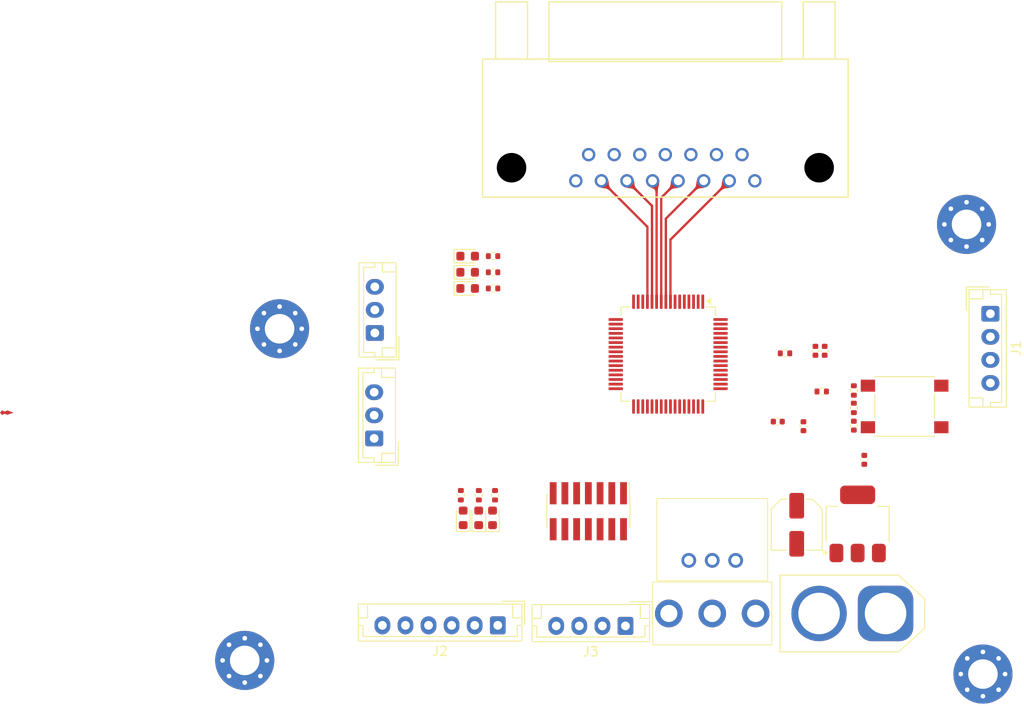
<source format=kicad_pcb>
(kicad_pcb (version 20240108) (generator "pcbnew") (generator_version "8.0")
  (layers (0 "F.Cu" signal) (1 "In1.Cu" signal "In1.Cu - Supply") (2 "In2.Cu" signal "In2.Cu - GND") (31 "B.Cu" signal) (34 "B.Paste" user) (35 "F.Paste" user) (36 "B.SilkS" user "B.Silkscreen") (37 "F.SilkS" user "F.Silkscreen") (38 "B.Mask" user) (39 "F.Mask" user) (44 "Edge.Cuts" user))
  (net 0 "")
  (net 1 "+3.3V")
  (net 2 "GND")
  (net 3 "NRST")
  (net 4 "+5V")
  (net 5 "BTN_1")
  (net 6 "Net-(D101-A)")
  (net 7 "Net-(D102-A)")
  (net 8 "Net-(D103-A)")
  (net 9 "Net-(D104-A)")
  (net 10 "Net-(D105-A)")
  (net 11 "Net-(D106-A)")
  (net 12 "Net-(J101-Pin_2)")
  (net 13 "+12V")
  (net 14 "UART_HD_XL430")
  (net 15 "PWM_TIM2_CH2")
  (net 16 "I2C_SCL")
  (net 17 "PWM_TIM1_CH2")
  (net 18 "PWM_TIM2_CH1")
  (net 19 "PWM_TIM1_CH4")
  (net 20 "PWM_TIM1_CH1")
  (net 21 "I2C_SDA")
  (net 22 "PWM_TIM1_CH3")
  (net 24 "UART_DEBUG_RX")
  (net 25 "SWDIO")
  (net 27 "UART_DEBUG_TX")
  (net 29 "SWCLK")
  (net 32 "LED1")
  (net 33 "LED2")
  (net 34 "LED3")
  (net 35 "Net-(SW801-A)")
  (net 37 "UART_mp3_RX")
  (net 42 "UART_mp3_TX")
  (net 45 "UART_hc05_RX")
  (net 46 "UART_hc05_TX")
  (net 51 "PWM_TIM2_CH4")
  (net 52 "PWM_TIM2_CH3")
  (footprint "Package_TO_SOT_SMD:SOT-223-3_TabPin2" (layer "F.Cu") (at 219.71 85.055 90)
    (property "Reference" "U103" (hide yes))
    (property "Value" "AZ1117-3.3" (hide yes))
    (fp_line (start 1.91 -3.41) (end 1.91 -2.15) (stroke (width 0.12)) (layer "F.SilkS"))
    (fp_line (start -1.85 -3.41) (end 1.91 -3.41) (stroke (width 0.12)) (layer "F.SilkS"))
    (fp_line (start 1.91 3.41) (end 1.91 2.15) (stroke (width 0.12)) (layer "F.SilkS"))
    (fp_line (start -1.85 3.41) (end 1.91 3.41) (stroke (width 0.12)) (layer "F.SilkS"))
    (fp_poly (pts (xy -3.13 -3.31) (xy -3.37 -3.64) (xy -2.89 -3.64) (xy -3.13 -3.31)) (stroke (width 0.12)) (fill solid) (layer "F.SilkS"))
    (pad "1" smd roundrect (at -3.15 -2.3 90) (size 2 1.5) (layers "F.Cu" "F.Paste" "F.Mask") (net 2 "GND"))
    (pad "2" smd roundrect (at -3.15 0 90) (size 2 1.5) (layers "F.Cu" "F.Paste" "F.Mask") (net 1 "+3.3V"))
    (pad "2" smd roundrect (at 3.15 0 90) (size 2 3.8) (layers "F.Cu" "F.Paste" "F.Mask") (net 1 "+3.3V"))
    (pad "3" smd roundrect (at -3.15 2.3 90) (size 2 1.5) (layers "F.Cu" "F.Paste" "F.Mask") (net 4 "+5V"))
  )
  (footprint "Capacitor_SMD:C_0402_1005Metric" (layer "F.Cu") (at 216.14 66.3 -90)
    (property "Reference" "C101" (hide yes))
    (property "Value" "4u7" (hide yes))
    (fp_line (start -0.107836 0.36) (end 0.107836 0.36) (stroke (width 0.12)) (layer "F.SilkS"))
    (fp_line (start -0.107836 -0.36) (end 0.107836 -0.36) (stroke (width 0.12)) (layer "F.SilkS"))
    (pad "1" smd roundrect (at -0.48 0 270) (size 0.56 0.62) (layers "F.Cu" "F.Paste" "F.Mask") (net 1 "+3.3V"))
    (pad "2" smd roundrect (at 0.48 0 270) (size 0.56 0.62) (layers "F.Cu" "F.Paste" "F.Mask") (net 2 "GND"))
  )
  (footprint "Resistor_SMD:R_0402_1005Metric" (layer "F.Cu") (at 180.43 81.9475 -90)
    (property "Reference" "R109" (hide yes))
    (property "Value" "820" (hide yes))
    (fp_line (start -0.153641 0.38) (end 0.153641 0.38) (stroke (width 0.12)) (layer "F.SilkS"))
    (fp_line (start -0.153641 -0.38) (end 0.153641 -0.38) (stroke (width 0.12)) (layer "F.SilkS"))
    (pad "1" smd roundrect (at -0.51 0 270) (size 0.54 0.64) (layers "F.Cu" "F.Paste" "F.Mask") (net 1 "+3.3V"))
    (pad "2" smd roundrect (at 0.51 0 270) (size 0.54 0.64) (layers "F.Cu" "F.Paste" "F.Mask") (net 11 "Net-(D106-A)"))
  )
  (footprint "Resistor_SMD:R_0402_1005Metric" (layer "F.Cu") (at 180.2175 59.5475 180)
    (property "Reference" "R103" (hide yes))
    (property "Value" "82" (hide yes))
    (fp_line (start -0.153641 0.38) (end 0.153641 0.38) (stroke (width 0.12)) (layer "F.SilkS"))
    (fp_line (start -0.153641 -0.38) (end 0.153641 -0.38) (stroke (width 0.12)) (layer "F.SilkS"))
    (pad "1" smd roundrect (at -0.51 0 180) (size 0.54 0.64) (layers "F.Cu" "F.Paste" "F.Mask") (net 34 "LED3"))
    (pad "2" smd roundrect (at 0.51 0 180) (size 0.54 0.64) (layers "F.Cu" "F.Paste" "F.Mask") (net 6 "Net-(D101-A)"))
  )
  (footprint "Capacitor_SMD:C_0402_1005Metric" (layer "F.Cu") (at 215.14 66.3 -90)
    (property "Reference" "C103" (hide yes))
    (property "Value" "100n" (hide yes))
    (fp_line (start -0.107836 0.36) (end 0.107836 0.36) (stroke (width 0.12)) (layer "F.SilkS"))
    (fp_line (start -0.107836 -0.36) (end 0.107836 -0.36) (stroke (width 0.12)) (layer "F.SilkS"))
    (pad "1" smd roundrect (at -0.48 0 270) (size 0.56 0.62) (layers "F.Cu" "F.Paste" "F.Mask") (net 1 "+3.3V"))
    (pad "2" smd roundrect (at 0.48 0 270) (size 0.56 0.62) (layers "F.Cu" "F.Paste" "F.Mask") (net 2 "GND"))
  )
  (footprint "LED_SMD:LED_0603_1608Metric" (layer "F.Cu") (at 177.4675 57.7975)
    (property "Reference" "D102" (hide yes))
    (property "Value" "BLUE_LED" (hide yes))
    (fp_line (start -1.485 -0.735) (end -1.485 0.735) (stroke (width 0.12)) (layer "F.SilkS"))
    (fp_line (start -1.485 0.735) (end 0.8 0.735) (stroke (width 0.12)) (layer "F.SilkS"))
    (fp_line (start 0.8 -0.735) (end -1.485 -0.735) (stroke (width 0.12)) (layer "F.SilkS"))
    (pad "1" smd roundrect (at -0.7875 0) (size 0.875 0.95) (layers "F.Cu" "F.Paste" "F.Mask") (net 2 "GND"))
    (pad "2" smd roundrect (at 0.7875 0) (size 0.875 0.95) (layers "F.Cu" "F.Paste" "F.Mask") (net 7 "Net-(D102-A)"))
  )
  (footprint "Connector_PinHeader_1.27mm:PinHeader_2x07_P1.27mm_Vertical_SMD" (layer "F.Cu") (at 190.54 83.68 -90)
    (property "Reference" "J105" (hide yes))
    (property "Value" "Conn_ST_STDC14" (hide yes))
    (fp_line (start -1.765 4.505) (end 1.765 4.505) (stroke (width 0.12)) (layer "F.SilkS"))
    (fp_line (start -1.765 4.44) (end -1.765 4.505) (stroke (width 0.12)) (layer "F.SilkS"))
    (fp_line (start 1.765 4.44) (end 1.765 4.505) (stroke (width 0.12)) (layer "F.SilkS"))
    (fp_line (start -3.09 -4.44) (end -1.765 -4.44) (stroke (width 0.12)) (layer "F.SilkS"))
    (fp_line (start -1.765 -4.505) (end -1.765 -4.44) (stroke (width 0.12)) (layer "F.SilkS"))
    (fp_line (start -1.765 -4.505) (end 1.765 -4.505) (stroke (width 0.12)) (layer "F.SilkS"))
    (fp_line (start 1.765 -4.505) (end 1.765 -4.44) (stroke (width 0.12)) (layer "F.SilkS"))
    (pad "1" smd rect (at -1.95 -3.81 270) (size 2.4 0.74) (layers "F.Cu" "F.Paste" "F.Mask"))
    (pad "2" smd rect (at 1.95 -3.81 270) (size 2.4 0.74) (layers "F.Cu" "F.Paste" "F.Mask"))
    (pad "3" smd rect (at -1.95 -2.54 270) (size 2.4 0.74) (layers "F.Cu" "F.Paste" "F.Mask") (net 1 "+3.3V"))
    (pad "4" smd rect (at 1.95 -2.54 270) (size 2.4 0.74) (layers "F.Cu" "F.Paste" "F.Mask") (net 25 "SWDIO"))
    (pad "5" smd rect (at -1.95 -1.27 270) (size 2.4 0.74) (layers "F.Cu" "F.Paste" "F.Mask") (net 2 "GND"))
    (pad "6" smd rect (at 1.95 -1.27 270) (size 2.4 0.74) (layers "F.Cu" "F.Paste" "F.Mask") (net 29 "SWCLK"))
    (pad "7" smd rect (at -1.95 0 270) (size 2.4 0.74) (layers "F.Cu" "F.Paste" "F.Mask") (net 2 "GND"))
    (pad "8" smd rect (at 1.95 0 270) (size 2.4 0.74) (layers "F.Cu" "F.Paste" "F.Mask"))
    (pad "9" smd rect (at -1.95 1.27 270) (size 2.4 0.74) (layers "F.Cu" "F.Paste" "F.Mask"))
    (pad "10" smd rect (at 1.95 1.27 270) (size 2.4 0.74) (layers "F.Cu" "F.Paste" "F.Mask"))
    (pad "11" smd rect (at -1.95 2.54 270) (size 2.4 0.74) (layers "F.Cu" "F.Paste" "F.Mask") (net 2 "GND"))
    (pad "12" smd rect (at 1.95 2.54 270) (size 2.4 0.74) (layers "F.Cu" "F.Paste" "F.Mask") (net 3 "NRST"))
    (pad "13" smd rect (at -1.95 3.81 270) (size 2.4 0.74) (layers "F.Cu" "F.Paste" "F.Mask") (net 24 "UART_DEBUG_RX"))
    (pad "14" smd rect (at 1.95 3.81 270) (size 2.4 0.74) (layers "F.Cu" "F.Paste" "F.Mask") (net 27 "UART_DEBUG_TX"))
  )
  (footprint "Capacitor_SMD:C_0402_1005Metric" (layer "F.Cu") (at 213.84 74.47 -90)
    (property "Reference" "C104" (hide yes))
    (property "Value" "400n" (hide yes))
    (fp_line (start -0.107836 0.36) (end 0.107836 0.36) (stroke (width 0.12)) (layer "F.SilkS"))
    (fp_line (start -0.107836 -0.36) (end 0.107836 -0.36) (stroke (width 0.12)) (layer "F.SilkS"))
    (pad "1" smd roundrect (at -0.48 0 270) (size 0.56 0.62) (layers "F.Cu" "F.Paste" "F.Mask") (net 1 "+3.3V"))
    (pad "2" smd roundrect (at 0.48 0 270) (size 0.56 0.62) (layers "F.Cu" "F.Paste" "F.Mask") (net 2 "GND"))
  )
  (footprint "Package_QFP:LQFP-64_10x10mm_P0.5mm" (layer "F.Cu") (at 199.185 66.66 -90)
    (property "Reference" "U1" (hide yes))
    (property "Value" "STM32G474RETx" (hide yes))
    (fp_line (start -5.11 5.11) (end -5.11 4.16) (stroke (width 0.12)) (layer "F.SilkS"))
    (fp_line (start -4.16 5.11) (end -5.11 5.11) (stroke (width 0.12)) (layer "F.SilkS"))
    (fp_line (start 4.16 5.11) (end 5.11 5.11) (stroke (width 0.12)) (layer "F.SilkS"))
    (fp_line (start 5.11 5.11) (end 5.11 4.16) (stroke (width 0.12)) (layer "F.SilkS"))
    (fp_line (start -5.11 -5.11) (end -5.11 -4.16) (stroke (width 0.12)) (layer "F.SilkS"))
    (fp_line (start -4.16 -5.11) (end -5.11 -5.11) (stroke (width 0.12)) (layer "F.SilkS"))
    (fp_line (start 4.16 -5.11) (end 5.11 -5.11) (stroke (width 0.12)) (layer "F.SilkS"))
    (fp_line (start 5.11 -5.11) (end 5.11 -4.16) (stroke (width 0.12)) (layer "F.SilkS"))
    (fp_poly (pts (xy -5.725 -4.16) (xy -6.065 -4.63) (xy -5.385 -4.63) (xy -5.725 -4.16)) (stroke (width 0.12)) (fill solid) (layer "F.SilkS"))
    (pad "1" smd roundrect (at -5.675 -3.75 270) (size 1.55 0.3) (layers "F.Cu" "F.Paste" "F.Mask") (net 1 "+3.3V"))
    (pad "2" smd roundrect (at -5.675 -3.25 270) (size 1.55 0.3) (layers "F.Cu" "F.Paste" "F.Mask"))
    (pad "3" smd roundrect (at -5.675 -2.75 270) (size 1.55 0.3) (layers "F.Cu" "F.Paste" "F.Mask"))
    (pad "4" smd roundrect (at -5.675 -2.25 270) (size 1.55 0.3) (layers "F.Cu" "F.Paste" "F.Mask"))
    (pad "5" smd roundrect (at -5.675 -1.75 270) (size 1.55 0.3) (layers "F.Cu" "F.Paste" "F.Mask"))
    (pad "6" smd roundrect (at -5.675 -1.25 270) (size 1.55 0.3) (layers "F.Cu" "F.Paste" "F.Mask"))
    (pad "7" smd roundrect (at -5.675 -0.75 270) (size 1.55 0.3) (layers "F.Cu" "F.Paste" "F.Mask"))
    (pad "8" smd roundrect (at -5.675 -0.25 270) (size 1.55 0.3) (layers "F.Cu" "F.Paste" "F.Mask") (net 20 "PWM_TIM1_CH1"))
    (pad "9" smd roundrect (at -5.675 0.25 270) (size 1.55 0.3) (layers "F.Cu" "F.Paste" "F.Mask") (net 17 "PWM_TIM1_CH2"))
    (pad "10" smd roundrect (at -5.675 0.75 270) (size 1.55 0.3) (layers "F.Cu" "F.Paste" "F.Mask") (net 22 "PWM_TIM1_CH3"))
    (pad "11" smd roundrect (at -5.675 1.25 270) (size 1.55 0.3) (layers "F.Cu" "F.Paste" "F.Mask") (net 19 "PWM_TIM1_CH4"))
    (pad "12" smd roundrect (at -5.675 1.75 270) (size 1.55 0.3) (layers "F.Cu" "F.Paste" "F.Mask") (net 18 "PWM_TIM2_CH1"))
    (pad "13" smd roundrect (at -5.675 2.25 270) (size 1.55 0.3) (layers "F.Cu" "F.Paste" "F.Mask") (net 15 "PWM_TIM2_CH2"))
    (pad "14" smd roundrect (at -5.675 2.75 270) (size 1.55 0.3) (layers "F.Cu" "F.Paste" "F.Mask") (net 27 "UART_DEBUG_TX"))
    (pad "15" smd roundrect (at -5.675 3.25 270) (size 1.55 0.3) (layers "F.Cu" "F.Paste" "F.Mask") (net 2 "GND"))
    (pad "16" smd roundrect (at -5.675 3.75 270) (size 1.55 0.3) (layers "F.Cu" "F.Paste" "F.Mask") (net 1 "+3.3V"))
    (pad "17" smd roundrect (at -3.75 5.675 270) (size 0.3 1.55) (layers "F.Cu" "F.Paste" "F.Mask") (net 24 "UART_DEBUG_RX"))
    (pad "18" smd roundrect (at -3.25 5.675 270) (size 0.3 1.55) (layers "F.Cu" "F.Paste" "F.Mask"))
    (pad "19" smd roundrect (at -2.75 5.675 270) (size 0.3 1.55) (layers "F.Cu" "F.Paste" "F.Mask"))
    (pad "20" smd roundrect (at -2.25 5.675 270) (size 0.3 1.55) (layers "F.Cu" "F.Paste" "F.Mask"))
    (pad "21" smd roundrect (at -1.75 5.675 270) (size 0.3 1.55) (layers "F.Cu" "F.Paste" "F.Mask"))
    (pad "22" smd roundrect (at -1.25 5.675 270) (size 0.3 1.55) (layers "F.Cu" "F.Paste" "F.Mask") (net 14 "UART_HD_XL430"))
    (pad "23" smd roundrect (at -0.75 5.675 270) (size 0.3 1.55) (layers "F.Cu" "F.Paste" "F.Mask"))
    (pad "24" smd roundrect (at -0.25 5.675 270) (size 0.3 1.55) (layers "F.Cu" "F.Paste" "F.Mask"))
    (pad "25" smd roundrect (at 0.25 5.675 270) (size 0.3 1.55) (layers "F.Cu" "F.Paste" "F.Mask") (net 5 "BTN_1"))
    (pad "26" smd roundrect (at 0.75 5.675 270) (size 0.3 1.55) (layers "F.Cu" "F.Paste" "F.Mask"))
    (pad "27" smd roundrect (at 1.25 5.675 270) (size 0.3 1.55) (layers "F.Cu" "F.Paste" "F.Mask") (net 2 "GND"))
    (pad "28" smd roundrect (at 1.75 5.675 270) (size 0.3 1.55) (layers "F.Cu" "F.Paste" "F.Mask") (net 1 "+3.3V"))
    (pad "29" smd roundrect (at 2.25 5.675 270) (size 0.3 1.55) (layers "F.Cu" "F.Paste" "F.Mask") (net 1 "+3.3V"))
    (pad "30" smd roundrect (at 2.75 5.675 270) (size 0.3 1.55) (layers "F.Cu" "F.Paste" "F.Mask") (net 45 "UART_hc05_RX"))
    (pad "31" smd roundrect (at 3.25 5.675 270) (size 0.3 1.55) (layers "F.Cu" "F.Paste" "F.Mask") (net 2 "GND"))
    (pad "32" smd roundrect (at 3.75 5.675 270) (size 0.3 1.55) (layers "F.Cu" "F.Paste" "F.Mask") (net 1 "+3.3V"))
    (pad "33" smd roundrect (at 5.675 3.75 270) (size 1.55 0.3) (layers "F.Cu" "F.Paste" "F.Mask") (net 46 "UART_hc05_TX"))
    (pad "34" smd roundrect (at 5.675 3.25 270) (size 1.55 0.3) (layers "F.Cu" "F.Paste" "F.Mask"))
    (pad "35" smd roundrect (at 5.675 2.75 270) (size 1.55 0.3) (layers "F.Cu" "F.Paste" "F.Mask"))
    (pad "36" smd roundrect (at 5.675 2.25 270) (size 1.55 0.3) (layers "F.Cu" "F.Paste" "F.Mask"))
    (pad "37" smd roundrect (at 5.675 1.75 270) (size 1.55 0.3) (layers "F.Cu" "F.Paste" "F.Mask"))
    (pad "38" smd roundrect (at 5.675 1.25 270) (size 1.55 0.3) (layers "F.Cu" "F.Paste" "F.Mask"))
    (pad "39" smd roundrect (at 5.675 0.75 270) (size 1.55 0.3) (layers "F.Cu" "F.Paste" "F.Mask"))
    (pad "40" smd roundrect (at 5.675 0.25 270) (size 1.55 0.3) (layers "F.Cu" "F.Paste" "F.Mask"))
    (pad "41" smd roundrect (at 5.675 -0.25 270) (size 1.55 0.3) (layers "F.Cu" "F.Paste" "F.Mask"))
    (pad "42" smd roundrect (at 5.675 -0.75 270) (size 1.55 0.3) (layers "F.Cu" "F.Paste" "F.Mask") (net 52 "PWM_TIM2_CH3"))
    (pad "43" smd roundrect (at 5.675 -1.25 270) (size 1.55 0.3) (layers "F.Cu" "F.Paste" "F.Mask"))
    (pad "44" smd roundrect (at 5.675 -1.75 270) (size 1.55 0.3) (layers "F.Cu" "F.Paste" "F.Mask") (net 51 "PWM_TIM2_CH4"))
    (pad "45" smd roundrect (at 5.675 -2.25 270) (size 1.55 0.3) (layers "F.Cu" "F.Paste" "F.Mask") (net 25 "SWDIO"))
    (pad "46" smd roundrect (at 5.675 -2.75 270) (size 1.55 0.3) (layers "F.Cu" "F.Paste" "F.Mask") (net 29 "SWCLK"))
    (pad "47" smd roundrect (at 5.675 -3.25 270) (size 1.55 0.3) (layers "F.Cu" "F.Paste" "F.Mask") (net 2 "GND"))
    (pad "48" smd roundrect (at 5.675 -3.75 270) (size 1.55 0.3) (layers "F.Cu" "F.Paste" "F.Mask") (net 1 "+3.3V"))
    (pad "49" smd roundrect (at 3.75 -5.675 270) (size 0.3 1.55) (layers "F.Cu" "F.Paste" "F.Mask") (net 16 "I2C_SCL"))
    (pad "50" smd roundrect (at 3.25 -5.675 270) (size 0.3 1.55) (layers "F.Cu" "F.Paste" "F.Mask") (net 21 "I2C_SDA"))
    (pad "51" smd roundrect (at 2.75 -5.675 270) (size 0.3 1.55) (layers "F.Cu" "F.Paste" "F.Mask"))
    (pad "52" smd roundrect (at 2.25 -5.675 270) (size 0.3 1.55) (layers "F.Cu" "F.Paste" "F.Mask") (net 42 "UART_mp3_TX"))
    (pad "53" smd roundrect (at 1.75 -5.675 270) (size 0.3 1.55) (layers "F.Cu" "F.Paste" "F.Mask") (net 37 "UART_mp3_RX"))
    (pad "54" smd roundrect (at 1.25 -5.675 270) (size 0.3 1.55) (layers "F.Cu" "F.Paste" "F.Mask"))
    (pad "55" smd roundrect (at 0.75 -5.675 270) (size 0.3 1.55) (layers "F.Cu" "F.Paste" "F.Mask"))
    (pad "56" smd roundrect (at 0.25 -5.675 270) (size 0.3 1.55) (layers "F.Cu" "F.Paste" "F.Mask"))
    (pad "57" smd roundrect (at -0.25 -5.675 270) (size 0.3 1.55) (layers "F.Cu" "F.Paste" "F.Mask") (net 32 "LED1"))
    (pad "58" smd roundrect (at -0.75 -5.675 270) (size 0.3 1.55) (layers "F.Cu" "F.Paste" "F.Mask") (net 33 "LED2"))
    (pad "59" smd roundrect (at -1.25 -5.675 270) (size 0.3 1.55) (layers "F.Cu" "F.Paste" "F.Mask") (net 34 "LED3"))
    (pad "60" smd roundrect (at -1.75 -5.675 270) (size 0.3 1.55) (layers "F.Cu" "F.Paste" "F.Mask"))
    (pad "61" smd roundrect (at -2.25 -5.675 270) (size 0.3 1.55) (layers "F.Cu" "F.Paste" "F.Mask"))
    (pad "62" smd roundrect (at -2.75 -5.675 270) (size 0.3 1.55) (layers "F.Cu" "F.Paste" "F.Mask"))
    (pad "63" smd roundrect (at -3.25 -5.675 270) (size 0.3 1.55) (layers "F.Cu" "F.Paste" "F.Mask") (net 2 "GND"))
    (pad "64" smd roundrect (at -3.75 -5.675 270) (size 0.3 1.55) (layers "F.Cu" "F.Paste" "F.Mask") (net 1 "+3.3V"))
  )
  (footprint "Capacitor_SMD:C_Elec_5x5.4" (layer "F.Cu") (at 213.11 85.1425 -90)
    (property "Reference" "C107" (hide yes))
    (property "Value" "22u" (hide yes))
    (fp_line (start -1.695563 2.76) (end 2.76 2.76) (stroke (width 0.12)) (layer "F.SilkS"))
    (fp_line (start 2.76 2.76) (end 2.76 1.06) (stroke (width 0.12)) (layer "F.SilkS"))
    (fp_line (start -2.76 1.695563) (end -1.695563 2.76) (stroke (width 0.12)) (layer "F.SilkS"))
    (fp_line (start -2.76 1.695563) (end -2.76 1.06) (stroke (width 0.12)) (layer "F.SilkS"))
    (fp_line (start -2.76 -1.695563) (end -2.76 -1.06) (stroke (width 0.12)) (layer "F.SilkS"))
    (fp_line (start -2.76 -1.695563) (end -1.695563 -2.76) (stroke (width 0.12)) (layer "F.SilkS"))
    (fp_line (start -1.695563 -2.76) (end 2.76 -2.76) (stroke (width 0.12)) (layer "F.SilkS"))
    (fp_line (start 2.76 -2.76) (end 2.76 -1.06) (stroke (width 0.12)) (layer "F.SilkS"))
    (pad "1" smd roundrect (at -2.0625 0 270) (size 2.775 1.6) (layers "F.Cu" "F.Paste" "F.Mask") (roundrect_rratio 0.15625) (net 1 "+3.3V"))
    (pad "2" smd roundrect (at 2.0625 0 270) (size 2.775 1.6) (layers "F.Cu" "F.Paste" "F.Mask") (roundrect_rratio 0.15625) (net 2 "GND"))
  )
  (footprint "MountingHole:MountingHole_3.2mm_M3_Pad_Via" (layer "F.Cu") (at 231.507056 52.607056)
    (property "Reference" "H102" (hide yes))
    (property "Value" "MountingHole_Pad" (hide yes))
    (pad "1" thru_hole circle (at -2.4 0) (size 0.8 0.8) (drill 0.5) (layers "*.Cu" "*.Mask") (net 2 "GND"))
    (pad "1" thru_hole circle (at -1.697056 -1.697056) (size 0.8 0.8) (drill 0.5) (layers "*.Cu" "*.Mask") (net 2 "GND"))
    (pad "1" thru_hole circle (at -1.697056 1.697056) (size 0.8 0.8) (drill 0.5) (layers "*.Cu" "*.Mask") (net 2 "GND"))
    (pad "1" thru_hole circle (at 0 -2.4) (size 0.8 0.8) (drill 0.5) (layers "*.Cu" "*.Mask") (net 2 "GND"))
    (pad "1" thru_hole circle (at 0 0) (size 6.4 6.4) (drill 3.2) (layers "*.Cu" "*.Mask") (net 2 "GND"))
    (pad "1" thru_hole circle (at 0 2.4) (size 0.8 0.8) (drill 0.5) (layers "*.Cu" "*.Mask") (net 2 "GND"))
    (pad "1" thru_hole circle (at 1.697056 -1.697056) (size 0.8 0.8) (drill 0.5) (layers "*.Cu" "*.Mask") (net 2 "GND"))
    (pad "1" thru_hole circle (at 1.697056 1.697056) (size 0.8 0.8) (drill 0.5) (layers "*.Cu" "*.Mask") (net 2 "GND"))
    (pad "1" thru_hole circle (at 2.4 0) (size 0.8 0.8) (drill 0.5) (layers "*.Cu" "*.Mask") (net 2 "GND"))
  )
  (footprint "Capacitor_SMD:C_0402_1005Metric" (layer "F.Cu") (at 220.43 78.11 90)
    (property "Reference" "C106" (hide yes))
    (property "Value" "10u" (hide yes))
    (fp_line (start -0.107836 -0.36) (end 0.107836 -0.36) (stroke (width 0.12)) (layer "F.SilkS"))
    (fp_line (start -0.107836 0.36) (end 0.107836 0.36) (stroke (width 0.12)) (layer "F.SilkS"))
    (pad "1" smd roundrect (at -0.48 0 90) (size 0.56 0.62) (layers "F.Cu" "F.Paste" "F.Mask") (net 4 "+5V"))
    (pad "2" smd roundrect (at 0.48 0 90) (size 0.56 0.62) (layers "F.Cu" "F.Paste" "F.Mask") (net 2 "GND"))
  )
  (footprint "LED_SMD:LED_0603_1608Metric" (layer "F.Cu") (at 178.66 84.3975 90)
    (property "Reference" "D105" (hide yes))
    (property "Value" "RED_LED" (hide yes))
    (fp_line (start 0.8 -0.735) (end -1.485 -0.735) (stroke (width 0.12)) (layer "F.SilkS"))
    (fp_line (start -1.485 -0.735) (end -1.485 0.735) (stroke (width 0.12)) (layer "F.SilkS"))
    (fp_line (start -1.485 0.735) (end 0.8 0.735) (stroke (width 0.12)) (layer "F.SilkS"))
    (pad "1" smd roundrect (at -0.7875 0 90) (size 0.875 0.95) (layers "F.Cu" "F.Paste" "F.Mask") (net 2 "GND"))
    (pad "2" smd roundrect (at 0.7875 0 90) (size 0.875 0.95) (layers "F.Cu" "F.Paste" "F.Mask") (net 10 "Net-(D105-A)"))
  )
  (footprint "MountingHole:MountingHole_3.2mm_M3_Pad_Via" (layer "F.Cu") (at 153.32 99.84)
    (property "Reference" "H103" (hide yes))
    (property "Value" "MountingHole_Pad" (hide yes))
    (pad "1" thru_hole circle (at -2.4 0) (size 0.8 0.8) (drill 0.5) (layers "*.Cu" "*.Mask") (net 2 "GND"))
    (pad "1" thru_hole circle (at -1.697056 -1.697056) (size 0.8 0.8) (drill 0.5) (layers "*.Cu" "*.Mask") (net 2 "GND"))
    (pad "1" thru_hole circle (at -1.697056 1.697056) (size 0.8 0.8) (drill 0.5) (layers "*.Cu" "*.Mask") (net 2 "GND"))
    (pad "1" thru_hole circle (at 0 -2.4) (size 0.8 0.8) (drill 0.5) (layers "*.Cu" "*.Mask") (net 2 "GND"))
    (pad "1" thru_hole circle (at 0 0) (size 6.4 6.4) (drill 3.2) (layers "*.Cu" "*.Mask") (net 2 "GND"))
    (pad "1" thru_hole circle (at 0 2.4) (size 0.8 0.8) (drill 0.5) (layers "*.Cu" "*.Mask") (net 2 "GND"))
    (pad "1" thru_hole circle (at 1.697056 -1.697056) (size 0.8 0.8) (drill 0.5) (layers "*.Cu" "*.Mask") (net 2 "GND"))
    (pad "1" thru_hole circle (at 1.697056 1.697056) (size 0.8 0.8) (drill 0.5) (layers "*.Cu" "*.Mask") (net 2 "GND"))
    (pad "1" thru_hole circle (at 2.4 0) (size 0.8 0.8) (drill 0.5) (layers "*.Cu" "*.Mask") (net 2 "GND"))
  )
  (footprint "LED_SMD:LED_0603_1608Metric" (layer "F.Cu") (at 177.4675 59.5475)
    (property "Reference" "D101" (hide yes))
    (property "Value" "BLUE_LED" (hide yes))
    (fp_line (start -1.485 -0.735) (end -1.485 0.735) (stroke (width 0.12)) (layer "F.SilkS"))
    (fp_line (start -1.485 0.735) (end 0.8 0.735) (stroke (width 0.12)) (layer "F.SilkS"))
    (fp_line (start 0.8 -0.735) (end -1.485 -0.735) (stroke (width 0.12)) (layer "F.SilkS"))
    (pad "1" smd roundrect (at -0.7875 0) (size 0.875 0.95) (layers "F.Cu" "F.Paste" "F.Mask") (net 2 "GND"))
    (pad "2" smd roundrect (at 0.7875 0) (size 0.875 0.95) (layers "F.Cu" "F.Paste" "F.Mask") (net 6 "Net-(D101-A)"))
  )
  (footprint "Resistor_SMD:R_0402_1005Metric" (layer "F.Cu") (at 180.2175 56.0475 180)
    (property "Reference" "R105" (hide yes))
    (property "Value" "82" (hide yes))
    (fp_line (start -0.153641 0.38) (end 0.153641 0.38) (stroke (width 0.12)) (layer "F.SilkS"))
    (fp_line (start -0.153641 -0.38) (end 0.153641 -0.38) (stroke (width 0.12)) (layer "F.SilkS"))
    (pad "1" smd roundrect (at -0.51 0 180) (size 0.54 0.64) (layers "F.Cu" "F.Paste" "F.Mask") (net 32 "LED1"))
    (pad "2" smd roundrect (at 0.51 0 180) (size 0.54 0.64) (layers "F.Cu" "F.Paste" "F.Mask") (net 8 "Net-(D103-A)"))
  )
  (footprint "Connector_JST:JST_EH_B3B-EH-A_1x03_P2.50mm_Vertical" (layer "F.Cu") (at 167.34 75.79 90)
    (property "Reference" "J103" (hide yes))
    (property "Value" "Conn_01x03" (hide yes))
    (fp_line (start 7.61 -1.71) (end -2.61 -1.71) (stroke (width 0.12)) (layer "F.SilkS"))
    (fp_line (start -2.61 -1.71) (end -2.61 2.31) (stroke (width 0.12)) (layer "F.SilkS"))
    (fp_line (start 7.11 -1.21) (end 7.11 0) (stroke (width 0.12)) (layer "F.SilkS"))
    (fp_line (start -2.11 -1.21) (end 7.11 -1.21) (stroke (width 0.12)) (layer "F.SilkS"))
    (fp_line (start 7.11 0) (end 7.61 0) (stroke (width 0.12)) (layer "F.SilkS"))
    (fp_line (start -2.11 0) (end -2.11 -1.21) (stroke (width 0.12)) (layer "F.SilkS"))
    (fp_line (start -2.61 0) (end -2.11 0) (stroke (width 0.12)) (layer "F.SilkS"))
    (fp_line (start -2.91 0.11) (end -2.91 2.61) (stroke (width 0.12)) (layer "F.SilkS"))
    (fp_line (start 7.61 0.81) (end 6.61 0.81) (stroke (width 0.12)) (layer "F.SilkS"))
    (fp_line (start 6.61 0.81) (end 6.61 2.31) (stroke (width 0.12)) (layer "F.SilkS"))
    (fp_line (start -1.61 0.81) (end -1.61 2.31) (stroke (width 0.12)) (layer "F.SilkS"))
    (fp_line (start -2.61 0.81) (end -1.61 0.81) (stroke (width 0.12)) (layer "F.SilkS"))
    (fp_line (start 7.61 2.31) (end 7.61 -1.71) (stroke (width 0.12)) (layer "F.SilkS"))
    (fp_line (start -2.61 2.31) (end 7.61 2.31) (stroke (width 0.12)) (layer "F.SilkS"))
    (fp_line (start -2.91 2.61) (end -0.41 2.61) (stroke (width 0.12)) (layer "F.SilkS"))
    (pad "1" thru_hole roundrect (at 0 0 90) (size 1.7 1.95) (drill 0.95) (layers "*.Cu" "*.Mask") (roundrect_rratio 0.1470588235) (net 2 "GND"))
    (pad "2" thru_hole oval (at 2.5 0 90) (size 1.7 1.95) (drill 0.95) (layers "*.Cu" "*.Mask") (net 13 "+12V"))
    (pad "3" thru_hole oval (at 5 0 90) (size 1.7 1.95) (drill 0.95) (layers "*.Cu" "*.Mask") (net 14 "UART_HD_XL430"))
  )
  (footprint "Connector_JST:JST_EH_B4B-EH-A_1x04_P2.50mm_Vertical" (layer "F.Cu") (at 234.09 62.29 -90)
    (property "Reference" "J1" (at 3.75 -2.8 90) (layer "F.SilkS"))
    (property "Value" "Conn_01x04")
    (fp_line (start -2.91 2.61) (end -0.41 2.61) (stroke (width 0.12)) (layer "F.SilkS"))
    (fp_line (start -2.61 2.31) (end 10.11 2.31) (stroke (width 0.12)) (layer "F.SilkS"))
    (fp_line (start 10.11 2.31) (end 10.11 -1.71) (stroke (width 0.12)) (layer "F.SilkS"))
    (fp_line (start -2.61 0.81) (end -1.61 0.81) (stroke (width 0.12)) (layer "F.SilkS"))
    (fp_line (start -1.61 0.81) (end -1.61 2.31) (stroke (width 0.12)) (layer "F.SilkS"))
    (fp_line (start 9.11 0.81) (end 9.11 2.31) (stroke (width 0.12)) (layer "F.SilkS"))
    (fp_line (start 10.11 0.81) (end 9.11 0.81) (stroke (width 0.12)) (layer "F.SilkS"))
    (fp_line (start -2.91 0.11) (end -2.91 2.61) (stroke (width 0.12)) (layer "F.SilkS"))
    (fp_line (start -2.61 0) (end -2.11 0) (stroke (width 0.12)) (layer "F.SilkS"))
    (fp_line (start -2.11 0) (end -2.11 -1.21) (stroke (width 0.12)) (layer "F.SilkS"))
    (fp_line (start 9.61 0) (end 10.11 0) (stroke (width 0.12)) (layer "F.SilkS"))
    (fp_line (start -2.11 -1.21) (end 9.61 -1.21) (stroke (width 0.12)) (layer "F.SilkS"))
    (fp_line (start 9.61 -1.21) (end 9.61 0) (stroke (width 0.12)) (layer "F.SilkS"))
    (fp_line (start -2.61 -1.71) (end -2.61 2.31) (stroke (width 0.12)) (layer "F.SilkS"))
    (fp_line (start 10.11 -1.71) (end -2.61 -1.71) (stroke (width 0.12)) (layer "F.SilkS"))
    (pad "1" thru_hole roundrect (at 0 0 270) (size 1.7 1.95) (drill 0.95) (layers "*.Cu" "*.Mask") (roundrect_rratio 0.147059) (net 37 "UART_mp3_RX"))
    (pad "2" thru_hole oval (at 2.5 0 270) (size 1.7 1.95) (drill 0.95) (layers "*.Cu" "*.Mask") (net 42 "UART_mp3_TX"))
    (pad "3" thru_hole oval (at 5 0 270) (size 1.7 1.95) (drill 0.95) (layers "*.Cu" "*.Mask") (net 4 "+5V"))
    (pad "4" thru_hole oval (at 7.5 0 270) (size 1.7 1.95) (drill 0.95) (layers "*.Cu" "*.Mask") (net 2 "GND"))
  )
  (footprint "MountingHole:MountingHole_3.2mm_M3_Pad_Via" (layer "F.Cu") (at 157.095 63.915)
    (property "Reference" "H101" (hide yes))
    (property "Value" "MountingHole_Pad" (hide yes))
    (pad "1" thru_hole circle (at -2.4 0) (size 0.8 0.8) (drill 0.5) (layers "*.Cu" "*.Mask") (net 2 "GND"))
    (pad "1" thru_hole circle (at -1.697056 -1.697056) (size 0.8 0.8) (drill 0.5) (layers "*.Cu" "*.Mask") (net 2 "GND"))
    (pad "1" thru_hole circle (at -1.697056 1.697056) (size 0.8 0.8) (drill 0.5) (layers "*.Cu" "*.Mask") (net 2 "GND"))
    (pad "1" thru_hole circle (at 0 -2.4) (size 0.8 0.8) (drill 0.5) (layers "*.Cu" "*.Mask") (net 2 "GND"))
    (pad "1" thru_hole circle (at 0 0) (size 6.4 6.4) (drill 3.2) (layers "*.Cu" "*.Mask") (net 2 "GND"))
    (pad "1" thru_hole circle (at 0 2.4) (size 0.8 0.8) (drill 0.5) (layers "*.Cu" "*.Mask") (net 2 "GND"))
    (pad "1" thru_hole circle (at 1.697056 -1.697056) (size 0.8 0.8) (drill 0.5) (layers "*.Cu" "*.Mask") (net 2 "GND"))
    (pad "1" thru_hole circle (at 1.697056 1.697056) (size 0.8 0.8) (drill 0.5) (layers "*.Cu" "*.Mask") (net 2 "GND"))
    (pad "1" thru_hole circle (at 2.4 0) (size 0.8 0.8) (drill 0.5) (layers "*.Cu" "*.Mask") (net 2 "GND"))
  )
  (footprint "mylib:472123010111" (layer "F.Cu") (at 203.96 94.755)
    (property "Reference" "SW101" (hide yes))
    (property "Value" "SW_SPDT" (hide yes))
    (fp_rect (start -6.45 -3.4) (end 6.45 3.4) (stroke (width 0.1)) (fill none) (layer "F.SilkS"))
    (pad "1" thru_hole circle (at -4.7 0) (size 3 3) (drill 1.85) (layers "*.Cu" "*.Mask") (net 13 "+12V"))
    (pad "2" thru_hole circle (at 0 0) (size 3 3) (drill 1.85) (layers "*.Cu" "*.Mask") (net 12 "Net-(J101-Pin_2)"))
    (pad "3" thru_hole circle (at 4.7 0) (size 3 3) (drill 1.85) (layers "*.Cu" "*.Mask"))
  )
  (footprint "LED_SMD:LED_0603_1608Metric" (layer "F.Cu") (at 176.98 84.3975 90)
    (property "Reference" "D104" (hide yes))
    (property "Value" "RED_LED" (hide yes))
    (fp_line (start 0.8 -0.735) (end -1.485 -0.735) (stroke (width 0.12)) (layer "F.SilkS"))
    (fp_line (start -1.485 -0.735) (end -1.485 0.735) (stroke (width 0.12)) (layer "F.SilkS"))
    (fp_line (start -1.485 0.735) (end 0.8 0.735) (stroke (width 0.12)) (layer "F.SilkS"))
    (pad "1" smd roundrect (at -0.7875 0 90) (size 0.875 0.95) (layers "F.Cu" "F.Paste" "F.Mask") (net 2 "GND"))
    (pad "2" smd roundrect (at 0.7875 0 90) (size 0.875 0.95) (layers "F.Cu" "F.Paste" "F.Mask") (net 9 "Net-(D104-A)"))
  )
  (footprint "Resistor_SMD:R_0402_1005Metric" (layer "F.Cu") (at 219.3 72.49 -90)
    (property "Reference" "R801" (hide yes))
    (property "Value" "10k" (hide yes))
    (fp_line (start -0.153641 0.38) (end 0.153641 0.38) (stroke (width 0.12)) (layer "F.SilkS"))
    (fp_line (start -0.153641 -0.38) (end 0.153641 -0.38) (stroke (width 0.12)) (layer "F.SilkS"))
    (pad "1" smd roundrect (at -0.51 0 270) (size 0.54 0.64) (layers "F.Cu" "F.Paste" "F.Mask") (net 35 "Net-(SW801-A)"))
    (pad "2" smd roundrect (at 0.51 0 270) (size 0.54 0.64) (layers "F.Cu" "F.Paste" "F.Mask") (net 5 "BTN_1"))
  )
  (footprint "Capacitor_SMD:C_0402_1005Metric" (layer "F.Cu") (at 219.3 74.41 -90)
    (property "Reference" "C801" (hide yes))
    (property "Value" "10n" (hide yes))
    (fp_line (start -0.107836 0.36) (end 0.107836 0.36) (stroke (width 0.12)) (layer "F.SilkS"))
    (fp_line (start -0.107836 -0.36) (end 0.107836 -0.36) (stroke (width 0.12)) (layer "F.SilkS"))
    (pad "1" smd roundrect (at -0.48 0 270) (size 0.56 0.62) (layers "F.Cu" "F.Paste" "F.Mask") (net 5 "BTN_1"))
    (pad "2" smd roundrect (at 0.48 0 270) (size 0.56 0.62) (layers "F.Cu" "F.Paste" "F.Mask") (net 2 "GND"))
  )
  (footprint "Library:173010542" (layer "F.Cu") (at 203.96 89.005)
    (property "Reference" "U104" (hide yes))
    (property "Value" "173010542" (hide yes))
    (fp_rect (start -6 -6.7) (end 6 2.2) (stroke (width 0.1)) (fill none) (layer "F.SilkS"))
    (pad "1" thru_hole circle (at -2.54 0) (size 1.6 1.6) (drill 1) (layers "*.Cu" "*.Mask") (net 13 "+12V"))
    (pad "2" thru_hole circle (at 0 0) (size 1.6 1.6) (drill 1) (layers "*.Cu" "*.Mask") (net 2 "GND"))
    (pad "3" thru_hole circle (at 2.54 0) (size 1.6 1.6) (drill 1) (layers "*.Cu" "*.Mask") (net 4 "+5V"))
  )
  (footprint "LED_SMD:LED_0603_1608Metric" (layer "F.Cu") (at 180.16 84.3975 90)
    (property "Reference" "D106" (hide yes))
    (property "Value" "RED_LED" (hide yes))
    (fp_line (start 0.8 -0.735) (end -1.485 -0.735) (stroke (width 0.12)) (layer "F.SilkS"))
    (fp_line (start -1.485 -0.735) (end -1.485 0.735) (stroke (width 0.12)) (layer "F.SilkS"))
    (fp_line (start -1.485 0.735) (end 0.8 0.735) (stroke (width 0.12)) (layer "F.SilkS"))
    (pad "1" smd roundrect (at -0.7875 0 90) (size 0.875 0.95) (layers "F.Cu" "F.Paste" "F.Mask") (net 2 "GND"))
    (pad "2" smd roundrect (at 0.7875 0 90) (size 0.875 0.95) (layers "F.Cu" "F.Paste" "F.Mask") (net 11 "Net-(D106-A)"))
  )
  (footprint "Resistor_SMD:R_0402_1005Metric" (layer "F.Cu") (at 178.68 81.9475 -90)
    (property "Reference" "R108" (hide yes))
    (property "Value" "1k6" (hide yes))
    (fp_line (start -0.153641 0.38) (end 0.153641 0.38) (stroke (width 0.12)) (layer "F.SilkS"))
    (fp_line (start -0.153641 -0.38) (end 0.153641 -0.38) (stroke (width 0.12)) (layer "F.SilkS"))
    (pad "1" smd roundrect (at -0.51 0 270) (size 0.54 0.64) (layers "F.Cu" "F.Paste" "F.Mask") (net 4 "+5V"))
    (pad "2" smd roundrect (at 0.51 0 270) (size 0.54 0.64) (layers "F.Cu" "F.Paste" "F.Mask") (net 10 "Net-(D105-A)"))
  )
  (footprint "Resistor_SMD:R_0402_1005Metric" (layer "F.Cu") (at 219.3 70.6 -90)
    (property "Reference" "R802" (hide yes))
    (property "Value" "10k" (hide yes))
    (fp_line (start -0.153641 0.38) (end 0.153641 0.38) (stroke (width 0.12)) (layer "F.SilkS"))
    (fp_line (start -0.153641 -0.38) (end 0.153641 -0.38) (stroke (width 0.12)) (layer "F.SilkS"))
    (pad "1" smd roundrect (at -0.51 0 270) (size 0.54 0.64) (layers "F.Cu" "F.Paste" "F.Mask") (net 1 "+3.3V"))
    (pad "2" smd roundrect (at 0.51 0 270) (size 0.54 0.64) (layers "F.Cu" "F.Paste" "F.Mask") (net 35 "Net-(SW801-A)"))
  )
  (footprint "LED_SMD:LED_0603_1608Metric" (layer "F.Cu") (at 177.4675 56.0475)
    (property "Reference" "D103" (hide yes))
    (property "Value" "BLUE_LED" (hide yes))
    (fp_line (start -1.485 -0.735) (end -1.485 0.735) (stroke (width 0.12)) (layer "F.SilkS"))
    (fp_line (start -1.485 0.735) (end 0.8 0.735) (stroke (width 0.12)) (layer "F.SilkS"))
    (fp_line (start 0.8 -0.735) (end -1.485 -0.735) (stroke (width 0.12)) (layer "F.SilkS"))
    (pad "1" smd roundrect (at -0.7875 0) (size 0.875 0.95) (layers "F.Cu" "F.Paste" "F.Mask") (net 2 "GND"))
    (pad "2" smd roundrect (at 0.7875 0) (size 0.875 0.95) (layers "F.Cu" "F.Paste" "F.Mask") (net 8 "Net-(D103-A)"))
  )
  (footprint "Resistor_SMD:R_0402_1005Metric" (layer "F.Cu") (at 176.73 81.9475 -90)
    (property "Reference" "R107" (hide yes))
    (property "Value" "5k1" (hide yes))
    (fp_line (start -0.153641 0.38) (end 0.153641 0.38) (stroke (width 0.12)) (layer "F.SilkS"))
    (fp_line (start -0.153641 -0.38) (end 0.153641 -0.38) (stroke (width 0.12)) (layer "F.SilkS"))
    (pad "1" smd roundrect (at -0.51 0 270) (size 0.54 0.64) (layers "F.Cu" "F.Paste" "F.Mask") (net 13 "+12V"))
    (pad "2" smd roundrect (at 0.51 0 270) (size 0.54 0.64) (layers "F.Cu" "F.Paste" "F.Mask") (net 9 "Net-(D104-A)"))
  )
  (footprint "Connector_AMASS:AMASS_XT60-M_1x02_P7.20mm_Vertical" (layer "F.Cu") (at 222.735 94.755 180)
    (property "Reference" "J101" (hide yes))
    (property "Value" "Conn_01x02" (hide yes))
    (fp_line (start 11.45 4.15) (end 11.45 -4.15) (stroke (width 0.12)) (layer "F.SilkS"))
    (fp_line (start 11.45 -4.15) (end -1.4 -4.15) (stroke (width 0.12)) (layer "F.SilkS"))
    (fp_line (start -1.4 4.15) (end 11.45 4.15) (stroke (width 0.12)) (layer "F.SilkS"))
    (fp_line (start -1.4 -4.15) (end -4.25 -1.6) (stroke (width 0.12)) (layer "F.SilkS"))
    (fp_line (start -4.25 1.55) (end -1.4 4.15) (stroke (width 0.12)) (layer "F.SilkS"))
    (fp_line (start -4.25 -1.6) (end -4.25 1.55) (stroke (width 0.12)) (layer "F.SilkS"))
    (pad "1" thru_hole roundrect (at 0 0 180) (size 6 6) (drill 4.5) (layers "*.Cu" "*.Mask") (net 2 "GND"))
    (pad "2" thru_hole circle (at 7.2 0 180) (size 6 6) (drill 4.5) (layers "*.Cu" "*.Mask") (net 12 "Net-(J101-Pin_2)"))
  )
  (footprint "Button_Switch_SMD:SW_Push_1P1T_NO_6x6mm_H9.5mm" (layer "F.Cu") (at 224.8 72.33)
    (property "Reference" "SW801" (hide yes))
    (property "Value" "SW_SPST" (hide yes))
    (fp_line (start -3.23 -3.23) (end 3.23 -3.23) (stroke (width 0.12)) (layer "F.SilkS"))
    (fp_line (start -3.23 -3.2) (end -3.23 -3.23) (stroke (width 0.12)) (layer "F.SilkS"))
    (fp_line (start -3.23 -1.3) (end -3.23 1.3) (stroke (width 0.12)) (layer "F.SilkS"))
    (fp_line (start -3.23 3.23) (end -3.23 3.2) (stroke (width 0.12)) (layer "F.SilkS"))
    (fp_line (start -3.23 3.23) (end 3.23 3.23) (stroke (width 0.12)) (layer "F.SilkS"))
    (fp_line (start 3.23 -3.23) (end 3.23 -3.2) (stroke (width 0.12)) (layer "F.SilkS"))
    (fp_line (start 3.23 -1.3) (end 3.23 1.3) (stroke (width 0.12)) (layer "F.SilkS"))
    (fp_line (start 3.23 3.23) (end 3.23 3.2) (stroke (width 0.12)) (layer "F.SilkS"))
    (pad "1" smd rect (at -3.975 -2.25) (size 1.55 1.3) (layers "F.Cu" "F.Paste" "F.Mask") (net 35 "Net-(SW801-A)"))
    (pad "1" smd rect (at 3.975 -2.25) (size 1.55 1.3) (layers "F.Cu" "F.Paste" "F.Mask") (net 35 "Net-(SW801-A)"))
    (pad "2" smd rect (at -3.975 2.25) (size 1.55 1.3) (layers "F.Cu" "F.Paste" "F.Mask") (net 2 "GND"))
    (pad "2" smd rect (at 3.975 2.25) (size 1.55 1.3) (layers "F.Cu" "F.Paste" "F.Mask") (net 2 "GND"))
  )
  (footprint "Connector_JST:JST_EH_B4B-EH-A_1x04_P2.50mm_Vertical" (layer "F.Cu") (at 194.56 96.1 180)
    (property "Reference" "J3" (at 3.75 -2.8 180) (layer "F.SilkS"))
    (property "Value" "Conn_01x04")
    (fp_line (start 10.11 2.31) (end 10.11 -1.71) (stroke (width 0.12)) (layer "F.SilkS"))
    (fp_line (start 10.11 0.81) (end 9.11 0.81) (stroke (width 0.12)) (layer "F.SilkS"))
    (fp_line (start 10.11 -1.71) (end -2.61 -1.71) (stroke (width 0.12)) (layer "F.SilkS"))
    (fp_line (start 9.61 0) (end 10.11 0) (stroke (width 0.12)) (layer "F.SilkS"))
    (fp_line (start 9.61 -1.21) (end 9.61 0) (stroke (width 0.12)) (layer "F.SilkS"))
    (fp_line (start 9.11 0.81) (end 9.11 2.31) (stroke (width 0.12)) (layer "F.SilkS"))
    (fp_line (start -1.61 0.81) (end -1.61 2.31) (stroke (width 0.12)) (layer "F.SilkS"))
    (fp_line (start -2.11 0) (end -2.11 -1.21) (stroke (width 0.12)) (layer "F.SilkS"))
    (fp_line (start -2.11 -1.21) (end 9.61 -1.21) (stroke (width 0.12)) (layer "F.SilkS"))
    (fp_line (start -2.61 2.31) (end 10.11 2.31) (stroke (width 0.12)) (layer "F.SilkS"))
    (fp_line (start -2.61 0.81) (end -1.61 0.81) (stroke (width 0.12)) (layer "F.SilkS"))
    (fp_line (start -2.61 0) (end -2.11 0) (stroke (width 0.12)) (layer "F.SilkS"))
    (fp_line (start -2.61 -1.71) (end -2.61 2.31) (stroke (width 0.12)) (layer "F.SilkS"))
    (fp_line (start -2.91 2.61) (end -0.41 2.61) (stroke (width 0.12)) (layer "F.SilkS"))
    (fp_line (start -2.91 0.11) (end -2.91 2.61) (stroke (width 0.12)) (layer "F.SilkS"))
    (pad "1" thru_hole roundrect (at 0 0 180) (size 1.7 1.95) (drill 0.95) (layers "*.Cu" "*.Mask") (roundrect_rratio 0.147059))
    (pad "2" thru_hole oval (at 2.5 0 180) (size 1.7 1.95) (drill 0.95) (layers "*.Cu" "*.Mask") (net 2 "GND"))
    (pad "3" thru_hole oval (at 5 0 180) (size 1.7 1.95) (drill 0.95) (layers "*.Cu" "*.Mask") (net 51 "PWM_TIM2_CH4"))
    (pad "4" thru_hole oval (at 7.5 0 180) (size 1.7 1.95) (drill 0.95) (layers "*.Cu" "*.Mask") (net 4 "+5V"))
  )
  (footprint "Connector_JST:JST_EH_B6B-EH-A_1x06_P2.50mm_Vertical" (layer "F.Cu") (at 180.73 96.04 180)
    (property "Reference" "J2" (at 6.25 -2.8 180) (layer "F.SilkS"))
    (property "Value" "Conn_01x06")
    (fp_line (start 15.11 2.31) (end 15.11 -1.71) (stroke (width 0.12)) (layer "F.SilkS"))
    (fp_line (start 15.11 0.81) (end 14.11 0.81) (stroke (width 0.12)) (layer "F.SilkS"))
    (fp_line (start 15.11 -1.71) (end -2.61 -1.71) (stroke (width 0.12)) (layer "F.SilkS"))
    (fp_line (start 14.61 0) (end 15.11 0) (stroke (width 0.12)) (layer "F.SilkS"))
    (fp_line (start 14.61 -1.21) (end 14.61 0) (stroke (width 0.12)) (layer "F.SilkS"))
    (fp_line (start 14.11 0.81) (end 14.11 2.31) (stroke (width 0.12)) (layer "F.SilkS"))
    (fp_line (start -1.61 0.81) (end -1.61 2.31) (stroke (width 0.12)) (layer "F.SilkS"))
    (fp_line (start -2.11 0) (end -2.11 -1.21) (stroke (width 0.12)) (layer "F.SilkS"))
    (fp_line (start -2.11 -1.21) (end 14.61 -1.21) (stroke (width 0.12)) (layer "F.SilkS"))
    (fp_line (start -2.61 2.31) (end 15.11 2.31) (stroke (width 0.12)) (layer "F.SilkS"))
    (fp_line (start -2.61 0.81) (end -1.61 0.81) (stroke (width 0.12)) (layer "F.SilkS"))
    (fp_line (start -2.61 0) (end -2.11 0) (stroke (width 0.12)) (layer "F.SilkS"))
    (fp_line (start -2.61 -1.71) (end -2.61 2.31) (stroke (width 0.12)) (layer "F.SilkS"))
    (fp_line (start -2.91 2.61) (end -0.41 2.61) (stroke (width 0.12)) (layer "F.SilkS"))
    (fp_line (start -2.91 0.11) (end -2.91 2.61) (stroke (width 0.12)) (layer "F.SilkS"))
    (pad "1" thru_hole roundrect (at 0 0 180) (size 1.7 1.95) (drill 0.95) (layers "*.Cu" "*.Mask") (roundrect_rratio 0.147059))
    (pad "2" thru_hole oval (at 2.5 0 180) (size 1.7 1.95) (drill 0.95) (layers "*.Cu" "*.Mask") (net 4 "+5V"))
    (pad "3" thru_hole oval (at 5 0 180) (size 1.7 1.95) (drill 0.95) (layers "*.Cu" "*.Mask") (net 2 "GND"))
    (pad "4" thru_hole oval (at 7.5 0 180) (size 1.7 1.95) (drill 0.95) (layers "*.Cu" "*.Mask") (net 46 "UART_hc05_TX"))
    (pad "5" thru_hole oval (at 10 0 180) (size 1.7 1.95) (drill 0.95) (layers "*.Cu" "*.Mask") (net 45 "UART_hc05_RX"))
    (pad "6" thru_hole oval (at 12.5 0 180) (size 1.7 1.95) (drill 0.95) (layers "*.Cu" "*.Mask"))
  )
  (footprint "Capacitor_SMD:C_0402_1005Metric" (layer "F.Cu") (at 211.06 73.97)
    (property "Reference" "C102" (hide yes))
    (property "Value" "100n" (hide yes))
    (fp_line (start -0.107836 -0.36) (end 0.107836 -0.36) (stroke (width 0.12)) (layer "F.SilkS"))
    (fp_line (start -0.107836 0.36) (end 0.107836 0.36) (stroke (width 0.12)) (layer "F.SilkS"))
    (pad "1" smd roundrect (at -0.48 0) (size 0.56 0.62) (layers "F.Cu" "F.Paste" "F.Mask") (net 1 "+3.3V"))
    (pad "2" smd roundrect (at 0.48 0) (size 0.56 0.62) (layers "F.Cu" "F.Paste" "F.Mask") (net 2 "GND"))
  )
  (footprint "Resistor_SMD:R_0402_1005Metric" (layer "F.Cu") (at 180.2175 57.7975 180)
    (property "Reference" "R104" (hide yes))
    (property "Value" "82" (hide yes))
    (fp_line (start -0.153641 0.38) (end 0.153641 0.38) (stroke (width 0.12)) (layer "F.SilkS"))
    (fp_line (start -0.153641 -0.38) (end 0.153641 -0.38) (stroke (width 0.12)) (layer "F.SilkS"))
    (pad "1" smd roundrect (at -0.51 0 180) (size 0.54 0.64) (layers "F.Cu" "F.Paste" "F.Mask") (net 33 "LED2"))
    (pad "2" smd roundrect (at 0.51 0 180) (size 0.54 0.64) (layers "F.Cu" "F.Paste" "F.Mask") (net 7 "Net-(D102-A)"))
  )
  (footprint "Resistor_SMD:R_0402_1005Metric" (layer "F.Cu") (at 211.845 66.575)
    (property "Reference" "R102" (hide yes))
    (property "Value" "1k" (hide yes))
    (fp_line (start -0.153641 -0.38) (end 0.153641 -0.38) (stroke (width 0.12)) (layer "F.SilkS"))
    (fp_line (start -0.153641 0.38) (end 0.153641 0.38) (stroke (width 0.12)) (layer "F.SilkS"))
    (pad "1" smd roundrect (at -0.51 0) (size 0.54 0.64) (layers "F.Cu" "F.Paste" "F.Mask") (net 1 "+3.3V"))
    (pad "2" smd roundrect (at 0.51 0) (size 0.54 0.64) (layers "F.Cu" "F.Paste" "F.Mask") (net 21 "I2C_SDA"))
  )
  (footprint "MountingHole:MountingHole_3.2mm_M3_Pad_Via" (layer "F.Cu") (at 233.282944 101.317056)
    (property "Reference" "H104" (hide yes))
    (property "Value" "MountingHole_Pad" (hide yes))
    (pad "1" thru_hole circle (at -2.4 0) (size 0.8 0.8) (drill 0.5) (layers "*.Cu" "*.Mask") (net 2 "GND"))
    (pad "1" thru_hole circle (at -1.697056 -1.697056) (size 0.8 0.8) (drill 0.5) (layers "*.Cu" "*.Mask") (net 2 "GND"))
    (pad "1" thru_hole circle (at -1.697056 1.697056) (size 0.8 0.8) (drill 0.5) (layers "*.Cu" "*.Mask") (net 2 "GND"))
    (pad "1" thru_hole circle (at 0 -2.4) (size 0.8 0.8) (drill 0.5) (layers "*.Cu" "*.Mask") (net 2 "GND"))
    (pad "1" thru_hole circle (at 0 0) (size 6.4 6.4) (drill 3.2) (layers "*.Cu" "*.Mask") (net 2 "GND"))
    (pad "1" thru_hole circle (at 0 2.4) (size 0.8 0.8) (drill 0.5) (layers "*.Cu" "*.Mask") (net 2 "GND"))
    (pad "1" thru_hole circle (at 1.697056 -1.697056) (size 0.8 0.8) (drill 0.5) (layers "*.Cu" "*.Mask") (net 2 "GND"))
    (pad "1" thru_hole circle (at 1.697056 1.697056) (size 0.8 0.8) (drill 0.5) (layers "*.Cu" "*.Mask") (net 2 "GND"))
    (pad "1" thru_hole circle (at 2.4 0) (size 0.8 0.8) (drill 0.5) (layers "*.Cu" "*.Mask") (net 2 "GND"))
  )
  (footprint "libs:CONN15_31321_WRE" (layer "F.Cu") (at 198.88 34.829992)
    (property "Reference" "J104" (hide yes))
    (property "Value" "Conn_01x15" (hide yes))
    (fp_line (start -19.7993 -0.127) (end -19.7993 14.827) (stroke (width 0.1524)) (layer "F.SilkS"))
    (fp_line (start -19.7993 14.827) (end 19.7993 14.827) (stroke (width 0.1524)) (layer "F.SilkS"))
    (fp_line (start -18.3872 -6.3246) (end -14.9328 -6.3246) (stroke (width 0.1524)) (layer "F.SilkS"))
    (fp_line (start -18.3872 -0.127) (end -18.3872 -6.3246) (stroke (width 0.1524)) (layer "F.SilkS"))
    (fp_line (start -14.9328 -6.3246) (end -14.9328 -0.127) (stroke (width 0.1524)) (layer "F.SilkS"))
    (fp_line (start -12.6111 -6.3246) (end -12.6111 0.127) (stroke (width 0.1524)) (layer "F.SilkS"))
    (fp_line (start -12.6111 0.127) (end 12.6111 0.127) (stroke (width 0.1524)) (layer "F.SilkS"))
    (fp_line (start 12.6111 -6.3246) (end -12.6111 -6.3246) (stroke (width 0.1524)) (layer "F.SilkS"))
    (fp_line (start 12.6111 0.127) (end 12.6111 -6.3246) (stroke (width 0.1524)) (layer "F.SilkS"))
    (fp_line (start 14.9328 -6.3246) (end 18.3872 -6.3246) (stroke (width 0.1524)) (layer "F.SilkS"))
    (fp_line (start 14.9328 -0.127) (end 14.9328 -6.3246) (stroke (width 0.1524)) (layer "F.SilkS"))
    (fp_line (start 18.3872 -6.3246) (end 18.3872 -0.127) (stroke (width 0.1524)) (layer "F.SilkS"))
    (fp_line (start 19.7993 -0.127) (end -19.7993 -0.127) (stroke (width 0.1524)) (layer "F.SilkS"))
    (fp_line (start 19.7993 14.827) (end 19.7993 -0.127) (stroke (width 0.1524)) (layer "F.SilkS"))
    (pad "" np_thru_hole circle (at -16.66 11.64) (size 3.2004 3.2004) (drill 3.2004) (layers))
    (pad "" np_thru_hole circle (at 16.66 11.64) (size 3.2004 3.2004) (drill 3.2004) (layers))
    (pad "1" thru_hole circle (at -9.694997 13.060007) (size 1.4478 1.4478) (drill 0.9398) (layers "*.Cu" "*.Mask") (net 2 "GND"))
    (pad "2" thru_hole circle (at -6.924998 13.060007) (size 1.4478 1.4478) (drill 0.9398) (layers "*.Cu" "*.Mask") (net 15 "PWM_TIM2_CH2"))
    (pad "3" thru_hole circle (at -4.154998 13.060007) (size 1.4478 1.4478) (drill 0.9398) (layers "*.Cu" "*.Mask") (net 18 "PWM_TIM2_CH1"))
    (pad "4" thru_hole circle (at -1.384998 13.060007) (size 1.4478 1.4478) (drill 0.9398) (layers "*.Cu" "*.Mask") (net 19 "PWM_TIM1_CH4"))
    (pad "5" thru_hole circle (at 1.385001 13.060007) (size 1.4478 1.4478) (drill 0.9398) (layers "*.Cu" "*.Mask") (net 22 "PWM_TIM1_CH3"))
    (pad "6" thru_hole circle (at 4.155001 13.060007) (size 1.4478 1.4478) (drill 0.9398) (layers "*.Cu" "*.Mask") (net 17 "PWM_TIM1_CH2"))
    (pad "7" thru_hole circle (at 6.925 13.060007) (size 1.4478 1.4478) (drill 0.9398) (layers "*.Cu" "*.Mask") (net 20 "PWM_TIM1_CH1"))
    (pad "8" thru_hole circle (at 9.695 13.060007) (size 1.4478 1.4478) (drill 0.9398) (layers "*.Cu" "*.Mask") (net 2 "GND"))
    (pad "9" thru_hole circle (at -8.309999 10.220008) (size 1.4478 1.4478) (drill 0.9398) (layers "*.Cu" "*.Mask") (net 13 "+12V"))
    (pad "10" thru_hole circle (at -5.539999 10.220008) (size 1.4478 1.4478) (drill 0.9398) (layers "*.Cu" "*.Mask") (net 13 "+12V"))
    (pad "11" thru_hole circle (at -2.77 10.220008) (size 1.4478 1.4478) (drill 0.9398) (layers "*.Cu" "*.Mask") (net 2 "GND"))
    (pad "12" thru_hole circle (at 0 10.220008) (size 1.4478 1.4478) (drill 0.9398) (layers "*.Cu" "*.Mask") (net 16 "I2C_SCL"))
    (pad "13" thru_hole circle (at 2.77 10.220008) (size 1.4478 1.4478) (drill 0.9398) (layers "*.Cu" "*.Mask") (net 21 "I2C_SDA"))
    (pad "14" thru_hole circle (at 5.539999 10.220008) (size 1.4478 1.4478) (drill 0.9398) (layers "*.Cu" "*.Mask") (net 13 "+12V"))
    (pad "15" thru_hole circle (at 8.309999 10.220008) (size 1.4478 1.4478) (drill 0.9398) (layers "*.Cu" "*.Mask") (net 2 "GND"))
  )
  (footprint "Resistor_SMD:R_0402_1005Metric" (layer "F.Cu") (at 215.82 70.71 180)
    (property "Reference" "R101" (hide yes))
    (property "Value" "1k" (hide yes))
    (fp_line (start -0.153641 0.38) (end 0.153641 0.38) (stroke (width 0.12)) (layer "F.SilkS"))
    (fp_line (start -0.153641 -0.38) (end 0.153641 -0.38) (stroke (width 0.12)) (layer "F.SilkS"))
    (pad "1" smd roundrect (at -0.51 0 180) (size 0.54 0.64) (layers "F.Cu" "F.Paste" "F.Mask") (net 1 "+3.3V"))
    (pad "2" smd roundrect (at 0.51 0 180) (size 0.54 0.64) (layers "F.Cu" "F.Paste" "F.Mask") (net 16 "I2C_SCL"))
  )
  (footprint "Connector_JST:JST_EH_B3B-EH-A_1x03_P2.50mm_Vertical" (layer "F.Cu") (at 167.41 64.37 90)
    (property "Reference" "J102" (hide yes))
    (property "Value" "Conn_01x03" (hide yes))
    (fp_line (start 7.61 -1.71) (end -2.61 -1.71) (stroke (width 0.12)) (layer "F.SilkS"))
    (fp_line (start -2.61 -1.71) (end -2.61 2.31) (stroke (width 0.12)) (layer "F.SilkS"))
    (fp_line (start 7.11 -1.21) (end 7.11 0) (stroke (width 0.12)) (layer "F.SilkS"))
    (fp_line (start -2.11 -1.21) (end 7.11 -1.21) (stroke (width 0.12)) (layer "F.SilkS"))
    (fp_line (start 7.11 0) (end 7.61 0) (stroke (width 0.12)) (layer "F.SilkS"))
    (fp_line (start -2.11 0) (end -2.11 -1.21) (stroke (width 0.12)) (layer "F.SilkS"))
    (fp_line (start -2.61 0) (end -2.11 0) (stroke (width 0.12)) (layer "F.SilkS"))
    (fp_line (start -2.91 0.11) (end -2.91 2.61) (stroke (width 0.12)) (layer "F.SilkS"))
    (fp_line (start 7.61 0.81) (end 6.61 0.81) (stroke (width 0.12)) (layer "F.SilkS"))
    (fp_line (start 6.61 0.81) (end 6.61 2.31) (stroke (width 0.12)) (layer "F.SilkS"))
    (fp_line (start -1.61 0.81) (end -1.61 2.31) (stroke (width 0.12)) (layer "F.SilkS"))
    (fp_line (start -2.61 0.81) (end -1.61 0.81) (stroke (width 0.12)) (layer "F.SilkS"))
    (fp_line (start 7.61 2.31) (end 7.61 -1.71) (stroke (width 0.12)) (layer "F.SilkS"))
    (fp_line (start -2.61 2.31) (end 7.61 2.31) (stroke (width 0.12)) (layer "F.SilkS"))
    (fp_line (start -2.91 2.61) (end -0.41 2.61) (stroke (width 0.12)) (layer "F.SilkS"))
    (pad "1" thru_hole roundrect (at 0 0 90) (size 1.7 1.95) (drill 0.95) (layers "*.Cu" "*.Mask") (roundrect_rratio 0.1470588235) (net 2 "GND"))
    (pad "2" thru_hole oval (at 2.5 0 90) (size 1.7 1.95) (drill 0.95) (layers "*.Cu" "*.Mask") (net 13 "+12V"))
    (pad "3" thru_hole oval (at 5 0 90) (size 1.7 1.95) (drill 0.95) (layers "*.Cu" "*.Mask") (net 14 "UART_HD_XL430"))
  )
  (segment (start 191.955002 47.889999) (end 196.935 52.869997) (width 0.25) (layer "F.Cu") (net 15))
  (segment (start 196.935 52.869997) (end 196.935 60.985) (width 0.25) (layer "F.Cu") (net 15))
  (segment (start 198.935 51.99) (end 198.935 60.985) (width 0.25) (layer "F.Cu") (net 17))
  (segment (start 203.035001 47.889999) (end 198.935 51.99) (width 0.25) (layer "F.Cu") (net 17))
  (segment (start 194.725002 47.889999) (end 197.435 50.599997) (width 0.25) (layer "F.Cu") (net 18))
  (segment (start 197.435 50.599997) (end 197.435 60.985) (width 0.25) (layer "F.Cu") (net 18))
  (segment (start 197.935 48.329997) (end 197.935 60.985) (width 0.25) (layer "F.Cu") (net 19))
  (segment (start 197.495002 47.889999) (end 197.935 48.329997) (width 0.25) (layer "F.Cu") (net 19))
  (segment (start 199.435 54.259999) (end 199.435 60.985) (width 0.25) (layer "F.Cu") (net 20))
  (segment (start 205.805 47.889999) (end 199.435 54.259999) (width 0.25) (layer "F.Cu") (net 20))
  (segment (start 198.435 49.72) (end 198.435 60.985) (width 0.25) (layer "F.Cu") (net 22))
  (segment (start 200.265001 47.889999) (end 198.435 49.72) (width 0.25) (layer "F.Cu") (net 22))
)
</source>
